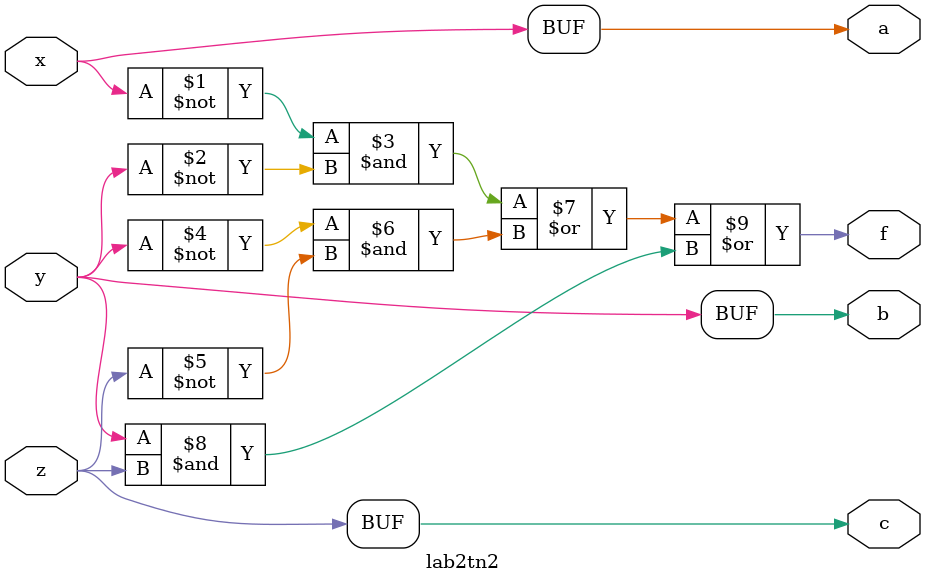
<source format=sv>
module lab2tn2(
  input x,y,z,
  output f,a,b,c
);
  assign f = (~x&~y)|(~y&~z)|(y&z);
  assign a = x;
  assign b = y;
  assign c = z;
  
endmodule

</source>
